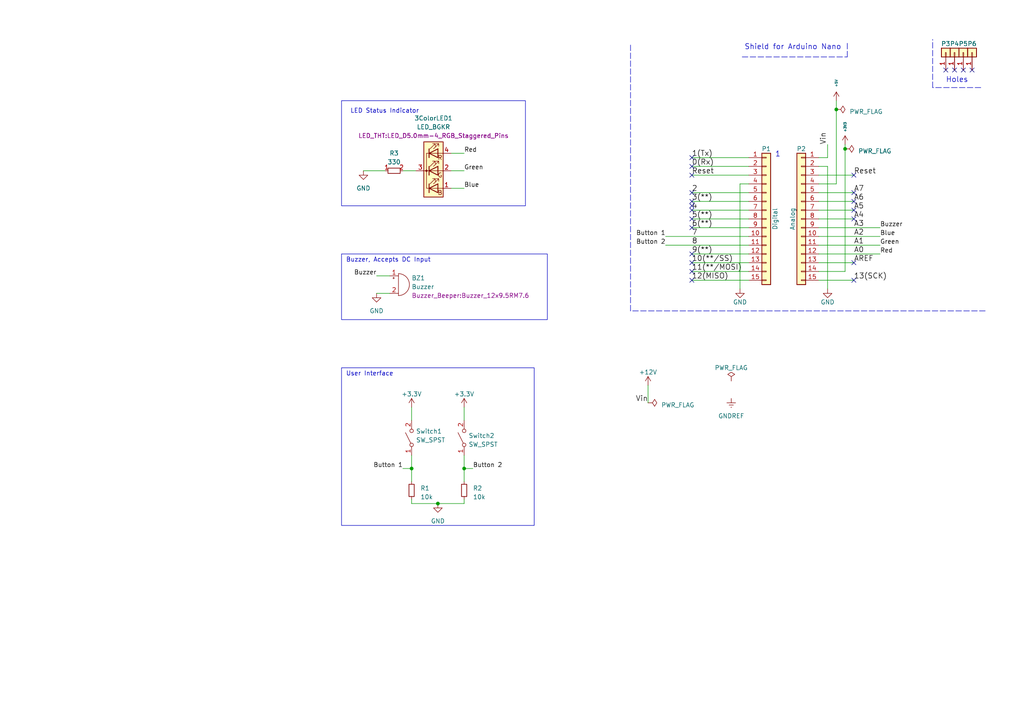
<source format=kicad_sch>
(kicad_sch (version 20230121) (generator eeschema)
  (paper "A4")
  (title_block (date "jeu. 02 avril 2015"))
  (lib_symbols
    (symbol "Connector_Generic:Conn_01x01" (pin_names (offset 1.016) hide)
      (property "Reference" "J" (at 0 2.54 0))
      (property "Value" "Conn_01x01" (at 0 -2.54 0))
      (symbol "Conn_01x01_1_1"
        (rectangle (start -1.27 0.127) (end 0 -0.127) (stroke (width 0.1524)))
        (rectangle (start -1.27 1.27) (end 1.27 -1.27) (stroke (width 0.254)) (fill (type background)))
        (pin passive line (at -5.08 0 0) (length 3.81) (name "Pin_1") (number "1"))
      )
    )
    (symbol "Connector_Generic:Conn_01x15" (pin_names (offset 1.016) hide)
      (property "Reference" "J" (at 0 20.32 0))
      (property "Value" "Conn_01x15" (at 0 -20.32 0))
      (symbol "Conn_01x15_1_1"
        (rectangle (start -1.27 -17.653) (end 0 -17.907) (stroke (width 0.1524)))
        (rectangle (start -1.27 -15.113) (end 0 -15.367) (stroke (width 0.1524)))
        (rectangle (start -1.27 -12.573) (end 0 -12.827) (stroke (width 0.1524)))
        (rectangle (start -1.27 -10.033) (end 0 -10.287) (stroke (width 0.1524)))
        (rectangle (start -1.27 -7.493) (end 0 -7.747) (stroke (width 0.1524)))
        (rectangle (start -1.27 -4.953) (end 0 -5.207) (stroke (width 0.1524)))
        (rectangle (start -1.27 -2.413) (end 0 -2.667) (stroke (width 0.1524)))
        (rectangle (start -1.27 0.127) (end 0 -0.127) (stroke (width 0.1524)))
        (rectangle (start -1.27 2.667) (end 0 2.413) (stroke (width 0.1524)))
        (rectangle (start -1.27 5.207) (end 0 4.953) (stroke (width 0.1524)))
        (rectangle (start -1.27 7.747) (end 0 7.493) (stroke (width 0.1524)))
        (rectangle (start -1.27 10.287) (end 0 10.033) (stroke (width 0.1524)))
        (rectangle (start -1.27 12.827) (end 0 12.573) (stroke (width 0.1524)))
        (rectangle (start -1.27 15.367) (end 0 15.113) (stroke (width 0.1524)))
        (rectangle (start -1.27 17.907) (end 0 17.653) (stroke (width 0.1524)))
        (rectangle (start -1.27 19.05) (end 1.27 -19.05) (stroke (width 0.254)) (fill (type background)))
        (pin passive line (at -5.08 17.78 0) (length 3.81) (name "Pin_1") (number "1"))
        (pin passive line (at -5.08 -5.08 0) (length 3.81) (name "Pin_10") (number "10"))
        (pin passive line (at -5.08 -7.62 0) (length 3.81) (name "Pin_11") (number "11"))
        (pin passive line (at -5.08 -10.16 0) (length 3.81) (name "Pin_12") (number "12"))
        (pin passive line (at -5.08 -12.7 0) (length 3.81) (name "Pin_13") (number "13"))
        (pin passive line (at -5.08 -15.24 0) (length 3.81) (name "Pin_14") (number "14"))
        (pin passive line (at -5.08 -17.78 0) (length 3.81) (name "Pin_15") (number "15"))
        (pin passive line (at -5.08 15.24 0) (length 3.81) (name "Pin_2") (number "2"))
        (pin passive line (at -5.08 12.7 0) (length 3.81) (name "Pin_3") (number "3"))
        (pin passive line (at -5.08 10.16 0) (length 3.81) (name "Pin_4") (number "4"))
        (pin passive line (at -5.08 7.62 0) (length 3.81) (name "Pin_5") (number "5"))
        (pin passive line (at -5.08 5.08 0) (length 3.81) (name "Pin_6") (number "6"))
        (pin passive line (at -5.08 2.54 0) (length 3.81) (name "Pin_7") (number "7"))
        (pin passive line (at -5.08 0 0) (length 3.81) (name "Pin_8") (number "8"))
        (pin passive line (at -5.08 -2.54 0) (length 3.81) (name "Pin_9") (number "9"))
      )
    )
    (symbol "Device:Buzzer" (pin_names (offset 0.0254) hide)
      (property "Reference" "BZ" (at 3.81 1.27 0))
      (property "Value" "Buzzer" (at 3.81 -1.27 0))
      (symbol "Buzzer_0_1"
        (arc (start 0 -3.175) (mid 3.1612 0) (end 0 3.175))
        (polyline (pts (xy -1.651 1.905) (xy -1.143 1.905)))
        (polyline (pts (xy -1.397 2.159) (xy -1.397 1.651)))
        (polyline (pts (xy 0 3.175) (xy 0 -3.175)))
      )
      (symbol "Buzzer_1_1"
        (pin passive line (at -2.54 2.54 0) (length 2.54) (name "-") (number "1"))
        (pin passive line (at -2.54 -2.54 0) (length 2.54) (name "+") (number "2"))
      )
    )
    (symbol "Device:LED_BGKR" (pin_names (offset 0) hide)
      (property "Reference" "D" (at 0 9.398 0))
      (property "Value" "LED_BGKR" (at 0 -8.89 0))
      (symbol "LED_BGKR_0_0"
        (text "B" (at 1.905 -6.35 0) (effects (font (size 1.27 1.27))))
        (text "G" (at 1.905 -1.27 0) (effects (font (size 1.27 1.27))))
        (text "R" (at 1.905 3.81 0) (effects (font (size 1.27 1.27))))
      )
      (symbol "LED_BGKR_0_1"
        (circle (center -2.032 0) (radius 0.254) (fill (type outline)))
        (polyline (pts (xy -1.27 -5.08) (xy 1.27 -5.08)))
        (polyline (pts (xy -1.27 -3.81) (xy -1.27 -6.35)) (stroke (width 0.254)))
        (polyline (pts (xy -1.27 0) (xy -2.54 0)))
        (polyline (pts (xy -1.27 1.27) (xy -1.27 -1.27)) (stroke (width 0.254)))
        (polyline (pts (xy -1.27 5.08) (xy 1.27 5.08)))
        (polyline (pts (xy -1.27 6.35) (xy -1.27 3.81)) (stroke (width 0.254)))
        (polyline (pts (xy 1.27 -5.08) (xy 2.54 -5.08)))
        (polyline (pts (xy 1.27 0) (xy -1.27 0)))
        (polyline (pts (xy 1.27 0) (xy 2.54 0)))
        (polyline (pts (xy 1.27 5.08) (xy 2.54 5.08)))
        (polyline (pts (xy -1.27 1.27) (xy -1.27 -1.27) (xy -1.27 -1.27)))
        (polyline (pts (xy -1.27 6.35) (xy -1.27 3.81) (xy -1.27 3.81)))
        (polyline (pts (xy -1.27 5.08) (xy -2.032 5.08) (xy -2.032 -5.08) (xy -1.016 -5.08)))
        (polyline (pts (xy 1.27 -3.81) (xy 1.27 -6.35) (xy -1.27 -5.08) (xy 1.27 -3.81)) (stroke (width 0.254)))
        (polyline (pts (xy 1.27 1.27) (xy 1.27 -1.27) (xy -1.27 0) (xy 1.27 1.27)) (stroke (width 0.254)))
        (polyline (pts (xy 1.27 6.35) (xy 1.27 3.81) (xy -1.27 5.08) (xy 1.27 6.35)) (stroke (width 0.254)))
        (polyline (pts (xy -1.016 -3.81) (xy 0.508 -2.286) (xy -0.254 -2.286) (xy 0.508 -2.286) (xy 0.508 -3.048)))
        (polyline (pts (xy -1.016 1.27) (xy 0.508 2.794) (xy -0.254 2.794) (xy 0.508 2.794) (xy 0.508 2.032)))
        (polyline (pts (xy -1.016 6.35) (xy 0.508 7.874) (xy -0.254 7.874) (xy 0.508 7.874) (xy 0.508 7.112)))
        (polyline (pts (xy 0 -3.81) (xy 1.524 -2.286) (xy 0.762 -2.286) (xy 1.524 -2.286) (xy 1.524 -3.048)))
        (polyline (pts (xy 0 1.27) (xy 1.524 2.794) (xy 0.762 2.794) (xy 1.524 2.794) (xy 1.524 2.032)))
        (polyline (pts (xy 0 6.35) (xy 1.524 7.874) (xy 0.762 7.874) (xy 1.524 7.874) (xy 1.524 7.112)))
        (rectangle (start 1.27 -1.27) (end 1.27 1.27))
        (rectangle (start 1.27 1.27) (end 1.27 1.27))
        (rectangle (start 1.27 3.81) (end 1.27 6.35))
        (rectangle (start 1.27 6.35) (end 1.27 6.35))
        (rectangle (start 2.794 8.382) (end -2.794 -7.62) (stroke (width 0.254)) (fill (type background)))
      )
      (symbol "LED_BGKR_1_1"
        (pin passive line (at 5.08 -5.08 180) (length 2.54) (name "BA") (number "1"))
        (pin passive line (at 5.08 0 180) (length 2.54) (name "GA") (number "2"))
        (pin passive line (at -5.08 0 0) (length 2.54) (name "K") (number "3"))
        (pin passive line (at 5.08 5.08 180) (length 2.54) (name "RA") (number "4"))
      )
    )
    (symbol "Device:R_Small" (pin_numbers hide) (pin_names (offset 0.254) hide)
      (property "Reference" "R" (at 0.762 0.508 0))
      (property "Value" "R_Small" (at 0.762 -1.016 0))
      (symbol "R_Small_0_1"
        (rectangle (start -0.762 1.778) (end 0.762 -1.778) (stroke (width 0.2032)))
      )
      (symbol "R_Small_1_1"
        (pin passive line (at 0 2.54 270) (length 0.762) (name "~") (number "1"))
        (pin passive line (at 0 -2.54 90) (length 0.762) (name "~") (number "2"))
      )
    )
    (symbol "GND_1" (power) (pin_names (offset 0))
      (property "Value" "GND_1" (at 0 -3.81 0))
      (symbol "GND_1_0_1"
        (polyline (pts (xy 0 0) (xy 0 -1.27) (xy 1.27 -1.27) (xy 0 -2.54) (xy -1.27 -1.27) (xy 0 -1.27)))
      )
      (symbol "GND_1_1_1"
        (pin power_in line (at 0 0 270) (length 0) hide (name "GND") (number "1"))
      )
    )
    (symbol "R_Small_1" (pin_names (offset 0.254) hide)
      (property "Reference" "R" (at 0.762 0.508 0))
      (property "Value" "R_Small_1" (at 0.762 -1.016 0))
      (symbol "R_Small_1_0_1"
        (rectangle (start -0.762 1.778) (end 0.762 -1.778) (stroke (width 0.2032)))
      )
      (symbol "R_Small_1_1_1"
        (pin passive line (at 0 2.54 270) (length 0.762) (name "~") (number "1"))
        (pin passive line (at 0 -2.54 90) (length 0.762) (name "~") (number "2"))
      )
    )
    (symbol "Switch:SW_SPST" (pin_names (offset 0) hide)
      (property "Reference" "SW" (at 0 3.175 0))
      (property "Value" "SW_SPST" (at 0 -2.54 0))
      (symbol "SW_SPST_0_0"
        (circle (center -2.032 0) (radius 0.508))
        (polyline (pts (xy -1.524 0.254) (xy 1.524 1.778)))
        (circle (center 2.032 0) (radius 0.508))
      )
      (symbol "SW_SPST_1_1"
        (pin passive line (at -5.08 0 0) (length 2.54) (name "A") (number "1"))
        (pin passive line (at 5.08 0 180) (length 2.54) (name "B") (number "2"))
      )
    )
    (symbol "power:+12V" (power) (pin_names (offset 0))
      (property "Value" "+12V" (at 0 3.556 0))
      (symbol "+12V_0_1"
        (polyline (pts (xy -0.762 1.27) (xy 0 2.54)))
        (polyline (pts (xy 0 0) (xy 0 2.54)))
        (polyline (pts (xy 0 2.54) (xy 0.762 1.27)))
      )
      (symbol "+12V_1_1"
        (pin power_in line (at 0 0 90) (length 0) hide (name "+12V") (number "1"))
      )
    )
    (symbol "power:+3.3V" (power) (pin_names (offset 0))
      (property "Value" "+3.3V" (at 0 3.556 0))
      (symbol "+3.3V_0_1"
        (polyline (pts (xy -0.762 1.27) (xy 0 2.54)))
        (polyline (pts (xy 0 0) (xy 0 2.54)))
        (polyline (pts (xy 0 2.54) (xy 0.762 1.27)))
      )
      (symbol "+3.3V_1_1"
        (pin power_in line (at 0 0 90) (length 0) hide (name "+3.3V") (number "1"))
      )
    )
    (symbol "power:+3V3" (power) (pin_names (offset 0))
      (property "Value" "+3V3" (at 0 3.556 0))
      (symbol "+3V3_0_1"
        (polyline (pts (xy -0.762 1.27) (xy 0 2.54)))
        (polyline (pts (xy 0 0) (xy 0 2.54)))
        (polyline (pts (xy 0 2.54) (xy 0.762 1.27)))
      )
      (symbol "+3V3_1_1"
        (pin power_in line (at 0 0 90) (length 0) hide (name "+3V3") (number "1"))
      )
    )
    (symbol "power:+5V" (power) (pin_names (offset 0))
      (property "Value" "+5V" (at 0 3.556 0))
      (symbol "+5V_0_1"
        (polyline (pts (xy -0.762 1.27) (xy 0 2.54)))
        (polyline (pts (xy 0 0) (xy 0 2.54)))
        (polyline (pts (xy 0 2.54) (xy 0.762 1.27)))
      )
      (symbol "+5V_1_1"
        (pin power_in line (at 0 0 90) (length 0) hide (name "+5V") (number "1"))
      )
    )
    (symbol "power:GND" (power) (pin_names (offset 0))
      (property "Value" "GND" (at 0 -3.81 0))
      (symbol "GND_0_1"
        (polyline (pts (xy 0 0) (xy 0 -1.27) (xy 1.27 -1.27) (xy 0 -2.54) (xy -1.27 -1.27) (xy 0 -1.27)))
      )
      (symbol "GND_1_1"
        (pin power_in line (at 0 0 270) (length 0) hide (name "GND") (number "1"))
      )
    )
    (symbol "power:GNDREF" (power) (pin_names (offset 0))
      (property "Value" "GNDREF" (at 0 -3.81 0))
      (symbol "GNDREF_0_1"
        (polyline (pts (xy -0.635 -1.905) (xy 0.635 -1.905)))
        (polyline (pts (xy -0.127 -2.54) (xy 0.127 -2.54)))
        (polyline (pts (xy 0 -1.27) (xy 0 0)))
        (polyline (pts (xy 1.27 -1.27) (xy -1.27 -1.27)))
      )
      (symbol "GNDREF_1_1"
        (pin power_in line (at 0 0 270) (length 0) hide (name "GNDREF") (number "1"))
      )
    )
    (symbol "power:PWR_FLAG" (power) (pin_numbers hide) (pin_names (offset 0) hide)
      (property "Value" "PWR_FLAG" (at 0 3.81 0))
      (symbol "PWR_FLAG_0_0"
        (pin power_out line (at 0 0 90) (length 0) (name "pwr") (number "1"))
      )
      (symbol "PWR_FLAG_0_1"
        (polyline (pts (xy 0 0) (xy 0 1.27) (xy -1.016 1.905) (xy 0 2.54) (xy 1.016 1.905) (xy 0 1.27)))
      )
    )
  )
  (junction (at 127 146.05))
  (junction (at 119.38 135.89))
  (junction (at 134.62 135.89))
  (junction (at 245.11 43.18))
  (junction (at 242.57 31.75))
  (no_connect (at 200.66 48.26))
  (no_connect (at 247.65 76.2))
  (no_connect (at 276.86 20.32))
  (no_connect (at 281.94 20.32))
  (no_connect (at 247.65 50.8))
  (no_connect (at 200.66 45.72))
  (no_connect (at 274.32 20.32))
  (no_connect (at 247.65 81.28))
  (no_connect (at 200.66 78.74))
  (no_connect (at 200.66 81.28))
  (no_connect (at 200.66 76.2))
  (no_connect (at 200.66 73.66))
  (no_connect (at 200.66 63.5))
  (no_connect (at 200.66 60.96))
  (no_connect (at 200.66 66.04))
  (no_connect (at 200.66 59.69))
  (no_connect (at 200.66 58.42))
  (no_connect (at 200.66 55.88))
  (no_connect (at 200.66 50.8))
  (no_connect (at 279.4 20.32))
  (no_connect (at 247.65 63.5))
  (no_connect (at 247.65 60.96))
  (no_connect (at 247.65 58.42))
  (no_connect (at 247.65 55.88))
  (wire (pts (xy 119.38 118.11) (xy 119.38 121.92)))
  (wire (pts (xy 245.11 41.91) (xy 245.11 43.18)))
  (wire (pts (xy 247.65 76.2) (xy 237.49 76.2)))
  (wire (pts (xy 200.66 48.26) (xy 217.17 48.26)))
  (wire (pts (xy 134.62 135.89) (xy 137.16 135.89)))
  (wire (pts (xy 134.62 144.78) (xy 134.62 146.05)))
  (wire (pts (xy 237.49 68.58) (xy 255.27 68.58)))
  (wire (pts (xy 240.03 45.72) (xy 240.03 41.91)))
  (wire (pts (xy 200.66 60.96) (xy 217.17 60.96)))
  (wire (pts (xy 200.66 55.88) (xy 217.17 55.88)))
  (wire (pts (xy 217.17 50.8) (xy 200.66 50.8)))
  (polyline (pts (xy 245.745 16.51) (xy 245.745 12.065)) (stroke (width 0) (type dash)))
  (wire (pts (xy 217.17 63.5) (xy 200.66 63.5)))
  (wire (pts (xy 237.49 45.72) (xy 240.03 45.72)))
  (wire (pts (xy 134.62 135.89) (xy 134.62 139.7)))
  (wire (pts (xy 242.57 53.34) (xy 237.49 53.34)))
  (polyline (pts (xy 284.48 25.4) (xy 270.51 25.4)) (stroke (width 0) (type dash)))
  (wire (pts (xy 237.49 81.28) (xy 247.65 81.28)))
  (wire (pts (xy 217.17 78.74) (xy 200.66 78.74)))
  (wire (pts (xy 237.49 66.04) (xy 255.27 66.04)))
  (wire (pts (xy 247.65 58.42) (xy 237.49 58.42)))
  (wire (pts (xy 237.49 63.5) (xy 247.65 63.5)))
  (wire (pts (xy 217.17 68.58) (xy 193.04 68.58)))
  (polyline (pts (xy 182.88 90.17) (xy 182.88 12.7)) (stroke (width 0) (type dash)))
  (wire (pts (xy 217.17 73.66) (xy 200.66 73.66)))
  (wire (pts (xy 240.03 83.82) (xy 240.03 48.26)))
  (wire (pts (xy 200.66 76.2) (xy 217.17 76.2)))
  (wire (pts (xy 242.57 31.75) (xy 242.57 53.34)))
  (wire (pts (xy 247.65 50.8) (xy 237.49 50.8)))
  (wire (pts (xy 187.96 111.76) (xy 187.96 116.84)))
  (wire (pts (xy 119.38 135.89) (xy 119.38 139.7)))
  (wire (pts (xy 240.03 48.26) (xy 237.49 48.26)))
  (wire (pts (xy 119.38 144.78) (xy 119.38 146.05)))
  (wire (pts (xy 217.17 58.42) (xy 200.66 58.42)))
  (wire (pts (xy 237.49 71.12) (xy 255.27 71.12)))
  (wire (pts (xy 130.81 49.53) (xy 134.62 49.53)))
  (wire (pts (xy 245.11 43.18) (xy 245.11 78.74)))
  (wire (pts (xy 245.11 78.74) (xy 237.49 78.74)))
  (wire (pts (xy 116.84 49.53) (xy 120.65 49.53)))
  (wire (pts (xy 247.65 60.96) (xy 237.49 60.96)))
  (wire (pts (xy 200.66 81.28) (xy 217.17 81.28)))
  (wire (pts (xy 242.57 29.21) (xy 242.57 31.75)))
  (wire (pts (xy 217.17 45.72) (xy 200.66 45.72)))
  (wire (pts (xy 134.62 132.08) (xy 134.62 135.89)))
  (wire (pts (xy 214.63 53.34) (xy 214.63 83.82)))
  (wire (pts (xy 119.38 132.08) (xy 119.38 135.89)))
  (wire (pts (xy 105.41 49.53) (xy 111.76 49.53)))
  (wire (pts (xy 119.38 146.05) (xy 127 146.05)))
  (polyline (pts (xy 215.265 16.51) (xy 245.745 16.51)) (stroke (width 0) (type dash)))
  (wire (pts (xy 237.49 55.88) (xy 247.65 55.88)))
  (wire (pts (xy 130.81 54.61) (xy 134.62 54.61)))
  (wire (pts (xy 134.62 118.11) (xy 134.62 121.92)))
  (wire (pts (xy 116.84 135.89) (xy 119.38 135.89)))
  (wire (pts (xy 127 146.05) (xy 134.62 146.05)))
  (wire (pts (xy 109.22 80.01) (xy 113.03 80.01)))
  (wire (pts (xy 200.66 66.04) (xy 217.17 66.04)))
  (wire (pts (xy 193.04 71.12) (xy 217.17 71.12)))
  (polyline (pts (xy 285.75 90.17) (xy 182.88 90.17)) (stroke (width 0) (type dash)))
  (wire (pts (xy 217.17 53.34) (xy 214.63 53.34)))
  (wire (pts (xy 130.81 44.45) (xy 134.62 44.45)))
  (wire (pts (xy 109.22 85.09) (xy 113.03 85.09)))
  (polyline (pts (xy 270.51 25.4) (xy 270.51 11.43)) (stroke (width 0) (type dash)))
  (wire (pts (xy 237.49 73.66) (xy 255.27 73.66)))
  (rectangle (start 99.06 29.21) (end 152.4 59.69))
  (rectangle (start 99.06 73.66) (end 158.75 92.71))
  (rectangle (start 99.06 106.68) (end 154.94 152.4))
  (text "Holes" (at 274.32 24.13 0) (effects (font (size 1.524 1.524)) (justify left bottom)))
  (text "Shield for Arduino Nano" (at 215.9 14.605 0) (effects (font (size 1.524 1.524)) (justify left bottom)))
  (text "1" (at 224.79 45.72 0) (effects (font (size 1.524 1.524)) (justify left bottom)))
  (text "Buzzer, Accepts DC Input" (at 100.33 76.2 0) (effects (font (size 1.27 1.27)) (justify left bottom)))
  (text "LED Status Indicator\n" (at 101.6 33.02 0) (effects (font (size 1.27 1.27)) (justify left bottom)))
  (text "User Interface" (at 100.33 109.22 0) (effects (font (size 1.27 1.27)) (justify left bottom)))
  (label "8" (at 200.66 71.12 0) (effects (font (size 1.524 1.524))))
  (label "Green" (at 134.62 49.53 0))
  (label "A2" (at 247.65 68.58 0) (effects (font (size 1.524 1.524))))
  (label "Red" (at 255.27 73.66 0))
  (label "12(MISO)" (at 200.66 81.28 0) (effects (font (size 1.524 1.524))))
  (label "0(Rx)" (at 200.66 48.26 0) (effects (font (size 1.524 1.524))))
  (label "13(SCK)" (at 247.65 81.28 0) (effects (font (size 1.524 1.524))))
  (label "2" (at 200.66 55.88 0) (effects (font (size 1.524 1.524))))
  (label "Reset" (at 247.65 50.8 0) (effects (font (size 1.524 1.524))))
  (label "A6" (at 247.65 58.42 0) (effects (font (size 1.524 1.524))))
  (label "A0" (at 247.65 73.66 0) (effects (font (size 1.524 1.524))))
  (label "Buzzer" (at 109.22 80.01 180))
  (label "A1" (at 247.65 71.12 0) (effects (font (size 1.524 1.524))))
  (label "Button 1" (at 193.04 68.58 180))
  (label "4" (at 200.66 60.96 0) (effects (font (size 1.524 1.524))))
  (label "5(**)" (at 200.66 63.5 0) (effects (font (size 1.524 1.524))))
  (label "A3" (at 247.65 66.04 0) (effects (font (size 1.524 1.524))))
  (label "Red" (at 134.62 44.45 0))
  (label "7" (at 200.66 68.58 0) (effects (font (size 1.524 1.524))))
  (label "Buzzer" (at 255.27 66.04 0))
  (label "1(Tx)" (at 200.66 45.72 0) (effects (font (size 1.524 1.524))))
  (label "A7" (at 247.65 55.88 0) (effects (font (size 1.524 1.524))))
  (label "11(**/MOSI)" (at 200.66 78.74 0) (effects (font (size 1.524 1.524))))
  (label "6(**)" (at 200.66 66.04 0) (effects (font (size 1.524 1.524))))
  (label "A5" (at 247.65 60.96 0) (effects (font (size 1.524 1.524))))
  (label "Button 2" (at 193.04 71.12 180))
  (label "Vin" (at 187.96 116.84 180) (effects (font (size 1.524 1.524))))
  (label "Green" (at 255.27 71.12 0))
  (label "Button 1" (at 116.84 135.89 180))
  (label "Blue" (at 134.62 54.61 0))
  (label "Button 2" (at 137.16 135.89 0))
  (label "Vin" (at 240.03 41.91 90) (effects (font (size 1.524 1.524))))
  (label "Reset" (at 200.66 50.8 0) (effects (font (size 1.524 1.524))))
  (label "Blue" (at 255.27 68.58 0))
  (label "9(**)" (at 200.66 73.66 0) (effects (font (size 1.524 1.524))))
  (label "3(**)" (at 200.66 58.42 0) (effects (font (size 1.524 1.524))))
  (label "A4" (at 247.65 63.5 0) (effects (font (size 1.524 1.524))))
  (label "10(**/SS)" (at 200.66 76.2 0) (effects (font (size 1.524 1.524))))
  (label "AREF" (at 247.65 76.2 0) (effects (font (size 1.524 1.524))))
  (symbol (lib_id "Connector_Generic:Conn_01x01") (at 274.32 15.24 90) (unit 1)
    (property "Reference" "P3" (at 274.32 12.7 90))
    (property "Value" "CONN_01X01" (effects hide))
    (property "Footprint" "Socket_Arduino_Nano:1pin_Nano" (effects hide))
  )
  (symbol (lib_id "Connector_Generic:Conn_01x01") (at 276.86 15.24 90) (unit 1)
    (property "Reference" "P4" (at 276.86 12.7 90))
    (property "Value" "CONN_01X01" (effects hide))
    (property "Footprint" "Socket_Arduino_Nano:1pin_Nano" (effects hide))
  )
  (symbol (lib_id "Connector_Generic:Conn_01x01") (at 279.4 15.24 90) (unit 1)
    (property "Reference" "P5" (at 279.4 12.7 90))
    (property "Value" "CONN_01X01" (effects hide))
    (property "Footprint" "Socket_Arduino_Nano:1pin_Nano" (effects hide))
  )
  (symbol (lib_id "Connector_Generic:Conn_01x01") (at 281.94 15.24 90) (unit 1)
    (property "Reference" "P6" (at 281.94 12.7 90))
    (property "Value" "CONN_01X01" (effects hide))
    (property "Footprint" "Socket_Arduino_Nano:1pin_Nano" (effects hide))
  )
  (symbol (lib_id "Connector_Generic:Conn_01x15") (at 222.25 63.5 0) (unit 1)
    (property "Reference" "P1" (at 222.25 43.18 0))
    (property "Value" "Digital" (at 224.79 63.5 90))
    (property "Footprint" "Socket_Arduino_Nano:Socket_Strip_Arduino_1x15" (effects hide))
  )
  (symbol (lib_id "Connector_Generic:Conn_01x15") (at 232.41 63.5 0) (mirror y) (unit 1)
    (property "Reference" "P2" (at 232.41 43.18 0))
    (property "Value" "Analog" (at 229.87 63.5 90))
    (property "Footprint" "Socket_Arduino_Nano:Socket_Strip_Arduino_1x15" (effects hide))
  )
  (symbol (lib_id "power:GND") (at 214.63 83.82 0) (unit 1)
    (property "Reference" "#PWR01" (effects hide))
    (property "Value" "GND" (at 214.63 87.63 0))
  )
  (symbol (lib_id "power:GND") (at 240.03 83.82 0) (unit 1)
    (property "Reference" "#PWR02" (effects hide))
    (property "Value" "GND" (at 240.03 87.63 0))
  )
  (symbol (lib_id "power:+5V") (at 242.57 29.21 0) (unit 1)
    (property "Reference" "#PWR03" (effects hide))
    (property "Value" "+5V" (at 242.57 24.13 90) (effects (font (size 0.7112 0.7112))))
  )
  (symbol (lib_id "power:+3V3") (at 245.11 41.91 0) (unit 1)
    (property "Reference" "#PWR04" (effects hide))
    (property "Value" "+3.3V" (at 245.11 36.83 90) (effects (font (size 0.7112 0.7112))))
  )
  (symbol (lib_id "power:PWR_FLAG") (at 242.57 31.75 270) (unit 1)
    (property "Reference" "#FLG03" (effects hide))
    (property "Value" "PWR_FLAG" (at 246.38 32.385 90) (effects (justify left)))
  )
  (symbol (lib_id "Device:LED_BGKR") (at 125.73 49.53 0) (unit 1)
    (property "Reference" "3ColorLED1" (at 125.73 34.29 0))
    (property "Value" "LED_BGKR" (at 125.73 36.83 0))
    (property "Footprint" "LED_THT:LED_D5.0mm-4_RGB_Staggered_Pins" (at 125.73 39.37 0))
  )
  (symbol (lib_id "power:PWR_FLAG") (at 212.09 110.49 0) (unit 1)
    (property "Reference" "#FLG04" (effects hide))
    (property "Value" "PWR_FLAG" (at 212.09 106.68 0))
  )
  (symbol (lib_id "Device:Buzzer") (at 115.57 82.55 0) (unit 1)
    (property "Reference" "BZ1" (at 119.38 80.645 0) (effects (justify left)))
    (property "Value" "Buzzer" (at 119.38 83.185 0) (effects (justify left)))
    (property "Footprint" "Buzzer_Beeper:Buzzer_12x9.5RM7.6" (at 119.38 85.725 0) (effects (justify left)))
  )
  (symbol (lib_id "power:+3.3V") (at 119.38 118.11 0) (unit 1)
    (property "Reference" "#PWR08" (effects hide))
    (property "Value" "+3.3V" (at 119.38 114.3 0))
  )
  (symbol (lib_id "Switch:SW_SPST") (at 119.38 127 90) (unit 1)
    (property "Reference" "Switch1" (at 120.65 125.095 90) (effects (justify right)))
    (property "Value" "SW_SPST" (at 120.65 127.635 90) (effects (justify right)))
    (property "Footprint" "Button_Switch_THT:SW_Tactile_SPST_Angled_PTS645Vx83-2LFS" (effects hide))
  )
  (symbol (lib_id "power:PWR_FLAG") (at 245.11 43.18 270) (unit 1)
    (property "Reference" "#FLG02" (effects hide))
    (property "Value" "PWR_FLAG" (at 248.92 43.815 90) (effects (justify left)))
  )
  (symbol (lib_id "power:GNDREF") (at 212.09 115.57 0) (unit 1)
    (property "Reference" "#PWR09" (effects hide))
    (property "Value" "GNDREF" (at 212.09 120.65 0))
  )
  (symbol (lib_name "GND_1") (lib_id "power:GND") (at 109.22 85.09 0) (unit 1)
    (property "Reference" "#PWR05" (effects hide))
    (property "Value" "GND" (at 109.22 90.17 0))
  )
  (symbol (lib_id "power:+12V") (at 187.96 111.76 0) (unit 1)
    (property "Reference" "#PWR06" (effects hide))
    (property "Value" "+12V" (at 187.96 107.95 0))
  )
  (symbol (lib_name "R_Small_1") (lib_id "Device:R_Small") (at 114.3 49.53 90) (unit 1)
    (property "Reference" "R3" (at 114.3 44.45 90))
    (property "Value" "330" (at 114.3 46.99 90))
    (property "Footprint" "Resistor_THT:R_Axial_DIN0207_L6.3mm_D2.5mm_P5.08mm_Vertical" (effects hide))
  )
  (symbol (lib_id "power:+3.3V") (at 134.62 118.11 0) (unit 1)
    (property "Reference" "#PWR07" (effects hide))
    (property "Value" "+3.3V" (at 134.62 114.3 0))
  )
  (symbol (lib_id "power:PWR_FLAG") (at 187.96 116.84 270) (unit 1)
    (property "Reference" "#FLG01" (effects hide))
    (property "Value" "PWR_FLAG" (at 191.77 117.475 90) (effects (justify left)))
  )
  (symbol (lib_id "power:GND") (at 105.41 49.53 0) (unit 1)
    (property "Reference" "#PWR0101" (effects hide))
    (property "Value" "GND" (at 105.41 54.61 0))
  )
  (symbol (lib_id "Device:R_Small") (at 119.38 142.24 0) (unit 1)
    (property "Reference" "R1" (at 121.92 141.605 0) (effects (justify left)))
    (property "Value" "10k" (at 121.92 144.145 0) (effects (justify left)))
    (property "Footprint" "Resistor_THT:R_Axial_DIN0207_L6.3mm_D2.5mm_P5.08mm_Vertical" (effects hide))
  )
  (symbol (lib_id "Device:R_Small") (at 134.62 142.24 0) (unit 1)
    (property "Reference" "R2" (at 137.16 141.605 0) (effects (justify left)))
    (property "Value" "10k" (at 137.16 144.145 0) (effects (justify left)))
    (property "Footprint" "Resistor_THT:R_Axial_DIN0207_L6.3mm_D2.5mm_P5.08mm_Vertical" (effects hide))
  )
  (symbol (lib_id "power:GND") (at 127 146.05 0) (unit 1)
    (property "Reference" "#PWR0102" (effects hide))
    (property "Value" "GND" (at 127 151.13 0))
  )
  (symbol (lib_id "Switch:SW_SPST") (at 134.62 127 90) (unit 1)
    (property "Reference" "Switch2" (at 135.89 126.365 90) (effects (justify right)))
    (property "Value" "SW_SPST" (at 135.89 128.905 90) (effects (justify right)))
    (property "Footprint" "Button_Switch_THT:SW_Tactile_SPST_Angled_PTS645Vx83-2LFS" (effects hide))
  )
)
</source>
